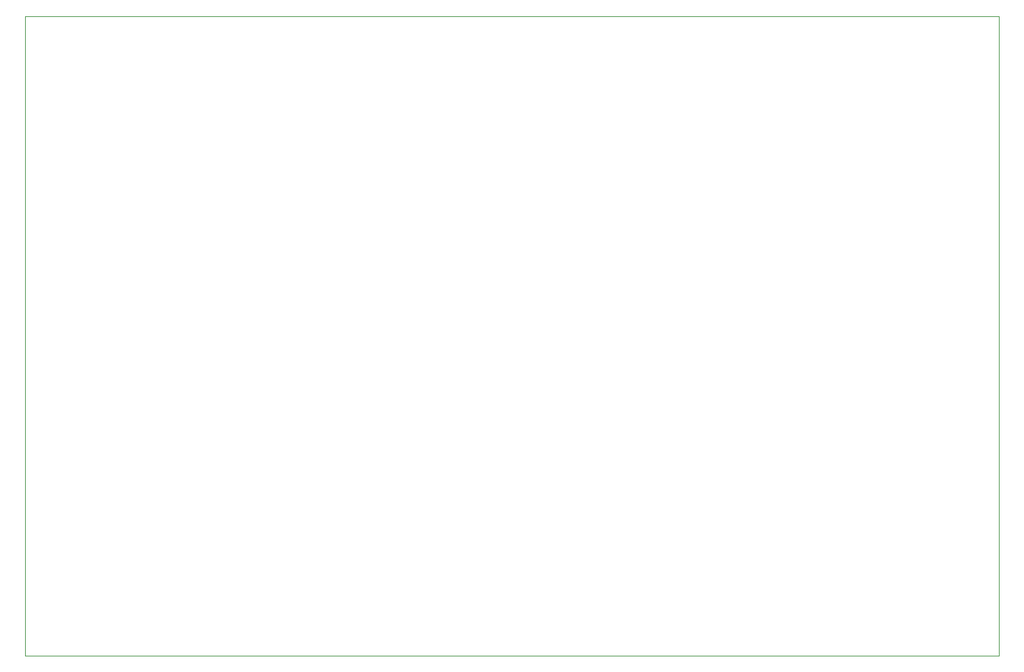
<source format=gbr>
%TF.GenerationSoftware,KiCad,Pcbnew,(5.99.0-9519-ga70106a3bd)*%
%TF.CreationDate,2021-04-02T22:42:04-07:00*%
%TF.ProjectId,UsbSound,55736253-6f75-46e6-942e-6b696361645f,rev?*%
%TF.SameCoordinates,Original*%
%TF.FileFunction,Profile,NP*%
%FSLAX46Y46*%
G04 Gerber Fmt 4.6, Leading zero omitted, Abs format (unit mm)*
G04 Created by KiCad (PCBNEW (5.99.0-9519-ga70106a3bd)) date 2021-04-02 22:42:04*
%MOMM*%
%LPD*%
G01*
G04 APERTURE LIST*
%TA.AperFunction,Profile*%
%ADD10C,0.100000*%
%TD*%
G04 APERTURE END LIST*
D10*
X197866000Y-41452800D02*
X76225400Y-41452800D01*
X76225400Y-41452800D02*
X76225400Y-121259600D01*
X76225400Y-121259600D02*
X197866000Y-121259600D01*
X197866000Y-121259600D02*
X197866000Y-41452800D01*
M02*

</source>
